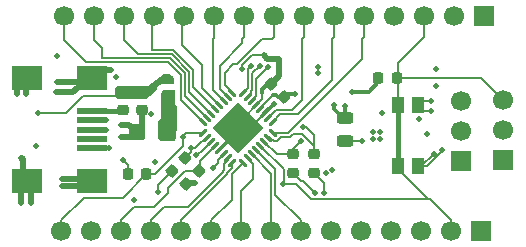
<source format=gbr>
%TF.GenerationSoftware,KiCad,Pcbnew,9.0.2*%
%TF.CreationDate,2025-07-20T14:30:59+05:30*%
%TF.ProjectId,Arduino nano,41726475-696e-46f2-906e-616e6f2e6b69,rev?*%
%TF.SameCoordinates,Original*%
%TF.FileFunction,Copper,L1,Top*%
%TF.FilePolarity,Positive*%
%FSLAX46Y46*%
G04 Gerber Fmt 4.6, Leading zero omitted, Abs format (unit mm)*
G04 Created by KiCad (PCBNEW 9.0.2) date 2025-07-20 14:30:59*
%MOMM*%
%LPD*%
G01*
G04 APERTURE LIST*
G04 Aperture macros list*
%AMRoundRect*
0 Rectangle with rounded corners*
0 $1 Rounding radius*
0 $2 $3 $4 $5 $6 $7 $8 $9 X,Y pos of 4 corners*
0 Add a 4 corners polygon primitive as box body*
4,1,4,$2,$3,$4,$5,$6,$7,$8,$9,$2,$3,0*
0 Add four circle primitives for the rounded corners*
1,1,$1+$1,$2,$3*
1,1,$1+$1,$4,$5*
1,1,$1+$1,$6,$7*
1,1,$1+$1,$8,$9*
0 Add four rect primitives between the rounded corners*
20,1,$1+$1,$2,$3,$4,$5,0*
20,1,$1+$1,$4,$5,$6,$7,0*
20,1,$1+$1,$6,$7,$8,$9,0*
20,1,$1+$1,$8,$9,$2,$3,0*%
%AMRotRect*
0 Rectangle, with rotation*
0 The origin of the aperture is its center*
0 $1 length*
0 $2 width*
0 $3 Rotation angle, in degrees counterclockwise*
0 Add horizontal line*
21,1,$1,$2,0,0,$3*%
G04 Aperture macros list end*
%TA.AperFunction,SMDPad,CuDef*%
%ADD10RoundRect,0.218750X-0.256250X0.218750X-0.256250X-0.218750X0.256250X-0.218750X0.256250X0.218750X0*%
%TD*%
%TA.AperFunction,SMDPad,CuDef*%
%ADD11R,1.100000X2.000000*%
%TD*%
%TA.AperFunction,SMDPad,CuDef*%
%ADD12R,0.800000X0.800000*%
%TD*%
%TA.AperFunction,SMDPad,CuDef*%
%ADD13R,2.500000X0.500000*%
%TD*%
%TA.AperFunction,SMDPad,CuDef*%
%ADD14R,2.500000X2.000000*%
%TD*%
%TA.AperFunction,SMDPad,CuDef*%
%ADD15RoundRect,0.225000X0.335876X0.017678X0.017678X0.335876X-0.335876X-0.017678X-0.017678X-0.335876X0*%
%TD*%
%TA.AperFunction,SMDPad,CuDef*%
%ADD16RoundRect,0.250000X0.457500X0.445000X-0.457500X0.445000X-0.457500X-0.445000X0.457500X-0.445000X0*%
%TD*%
%TA.AperFunction,SMDPad,CuDef*%
%ADD17RoundRect,0.218750X-0.218750X-0.256250X0.218750X-0.256250X0.218750X0.256250X-0.218750X0.256250X0*%
%TD*%
%TA.AperFunction,SMDPad,CuDef*%
%ADD18RoundRect,0.243750X-0.456250X0.243750X-0.456250X-0.243750X0.456250X-0.243750X0.456250X0.243750X0*%
%TD*%
%TA.AperFunction,SMDPad,CuDef*%
%ADD19RoundRect,0.225000X-0.017678X0.335876X-0.335876X0.017678X0.017678X-0.335876X0.335876X-0.017678X0*%
%TD*%
%TA.AperFunction,SMDPad,CuDef*%
%ADD20RoundRect,0.225000X-0.250000X0.225000X-0.250000X-0.225000X0.250000X-0.225000X0.250000X0.225000X0*%
%TD*%
%TA.AperFunction,ComponentPad*%
%ADD21R,1.700000X1.700000*%
%TD*%
%TA.AperFunction,ComponentPad*%
%ADD22C,1.700000*%
%TD*%
%TA.AperFunction,SMDPad,CuDef*%
%ADD23R,1.000000X1.450000*%
%TD*%
%TA.AperFunction,SMDPad,CuDef*%
%ADD24RoundRect,0.218750X0.218750X0.256250X-0.218750X0.256250X-0.218750X-0.256250X0.218750X-0.256250X0*%
%TD*%
%TA.AperFunction,SMDPad,CuDef*%
%ADD25RoundRect,0.062500X0.220971X0.309359X-0.309359X-0.220971X-0.220971X-0.309359X0.309359X0.220971X0*%
%TD*%
%TA.AperFunction,SMDPad,CuDef*%
%ADD26RoundRect,0.062500X-0.220971X0.309359X-0.309359X0.220971X0.220971X-0.309359X0.309359X-0.220971X0*%
%TD*%
%TA.AperFunction,HeatsinkPad*%
%ADD27RotRect,3.100000X3.100000X225.000000*%
%TD*%
%TA.AperFunction,ViaPad*%
%ADD28C,0.500000*%
%TD*%
%TA.AperFunction,Conductor*%
%ADD29C,0.150000*%
%TD*%
%TA.AperFunction,Conductor*%
%ADD30C,0.300000*%
%TD*%
%TA.AperFunction,Conductor*%
%ADD31C,0.200000*%
%TD*%
%TA.AperFunction,Conductor*%
%ADD32C,0.500000*%
%TD*%
%TA.AperFunction,Conductor*%
%ADD33C,0.400000*%
%TD*%
G04 APERTURE END LIST*
D10*
%TO.P,R2,1*%
%TO.N,/D0{slash}RX*%
X214400000Y-91112499D03*
%TO.P,R2,2*%
%TO.N,/RX*%
X214400000Y-92687501D03*
%TD*%
D11*
%TO.P,D3,1,K*%
%TO.N,+5V*%
X203900000Y-86680000D03*
D12*
%TO.P,D3,2,A*%
%TO.N,VBUS*%
X203900000Y-84780000D03*
%TD*%
D13*
%TO.P,J1,1,VBUS*%
%TO.N,Net-(J1-VBUS)*%
X197400000Y-87400000D03*
%TO.P,J1,2,D-*%
%TO.N,/D_N*%
X197400000Y-88200000D03*
%TO.P,J1,3,D+*%
%TO.N,/D_P*%
X197400000Y-89000000D03*
%TO.P,J1,4,ID*%
%TO.N,unconnected-(J1-ID-Pad4)*%
X197400000Y-89800000D03*
%TO.P,J1,5,GND*%
%TO.N,GND*%
X197400000Y-90600000D03*
D14*
%TO.P,J1,6,Shield*%
X197400000Y-84600000D03*
X191900000Y-84600000D03*
X197400000Y-93400000D03*
X191900000Y-93400000D03*
%TD*%
D15*
%TO.P,C2,1*%
%TO.N,+5V*%
X213648008Y-86248008D03*
%TO.P,C2,2*%
%TO.N,GND*%
X212551992Y-85151992D03*
%TD*%
D16*
%TO.P,C4,1*%
%TO.N,+5V*%
X203852500Y-89200000D03*
%TO.P,C4,2*%
%TO.N,GND*%
X201147500Y-89200000D03*
%TD*%
D17*
%TO.P,R1,1*%
%TO.N,+5V*%
X221612499Y-84600000D03*
%TO.P,R1,2*%
%TO.N,/RESET*%
X223187501Y-84600000D03*
%TD*%
D10*
%TO.P,R3,1*%
%TO.N,/D1{slash}TX*%
X216200000Y-91112499D03*
%TO.P,R3,2*%
%TO.N,/TX*%
X216200000Y-92687501D03*
%TD*%
D18*
%TO.P,D1,1,K*%
%TO.N,GND*%
X218800000Y-88062499D03*
%TO.P,D1,2,A*%
%TO.N,Net-(D1-A)*%
X218800000Y-89937501D03*
%TD*%
D19*
%TO.P,C3,1*%
%TO.N,/AREF*%
X206448008Y-92551992D03*
%TO.P,C3,2*%
%TO.N,GND*%
X205351992Y-93648008D03*
%TD*%
D20*
%TO.P,C10,1*%
%TO.N,VBUS*%
X201600000Y-85825000D03*
%TO.P,C10,2*%
%TO.N,GND*%
X201600000Y-87375000D03*
%TD*%
D19*
%TO.P,C1,1*%
%TO.N,+5V*%
X205248008Y-91451992D03*
%TO.P,C1,2*%
%TO.N,GND*%
X204151992Y-92548008D03*
%TD*%
D21*
%TO.P,J2,1,Pin_1*%
%TO.N,VCC*%
X230320000Y-97600000D03*
D22*
%TO.P,J2,2,Pin_2*%
%TO.N,/RESET*%
X227780000Y-97600000D03*
%TO.P,J2,3,Pin_3*%
%TO.N,GND*%
X225240001Y-97600000D03*
%TO.P,J2,4,Pin_4*%
%TO.N,+5V*%
X222700000Y-97600000D03*
%TO.P,J2,5,Pin_5*%
%TO.N,/A7*%
X220160000Y-97600000D03*
%TO.P,J2,6,Pin_6*%
%TO.N,/A6*%
X217620000Y-97600000D03*
%TO.P,J2,7,Pin_7*%
%TO.N,/A5*%
X215080000Y-97600000D03*
%TO.P,J2,8,Pin_8*%
%TO.N,/A4*%
X212539999Y-97600000D03*
%TO.P,J2,9,Pin_9*%
%TO.N,/A3*%
X210000000Y-97600000D03*
%TO.P,J2,10,Pin_10*%
%TO.N,/A2*%
X207460000Y-97600000D03*
%TO.P,J2,11,Pin_11*%
%TO.N,/A1*%
X204920000Y-97600000D03*
%TO.P,J2,12,Pin_12*%
%TO.N,/A0*%
X202380001Y-97600000D03*
%TO.P,J2,13,Pin_13*%
%TO.N,/AREF*%
X199840000Y-97600000D03*
%TO.P,J2,14,Pin_14*%
%TO.N,+3.3V*%
X197300000Y-97600000D03*
%TO.P,J2,15,Pin_15*%
%TO.N,/D13{slash}SCK*%
X194760000Y-97600000D03*
%TD*%
D21*
%TO.P,J4,1,Pin_1*%
%TO.N,/D0{slash}RX*%
X230560000Y-79400000D03*
D22*
%TO.P,J4,2,Pin_2*%
%TO.N,/D1{slash}TX*%
X228020000Y-79400000D03*
%TO.P,J4,3,Pin_3*%
%TO.N,/RESET*%
X225480001Y-79400000D03*
%TO.P,J4,4,Pin_4*%
%TO.N,GND*%
X222940000Y-79400000D03*
%TO.P,J4,5,Pin_5*%
%TO.N,/D2*%
X220400000Y-79400000D03*
%TO.P,J4,6,Pin_6*%
%TO.N,/D3*%
X217860000Y-79400000D03*
%TO.P,J4,7,Pin_7*%
%TO.N,/D4*%
X215320000Y-79400000D03*
%TO.P,J4,8,Pin_8*%
%TO.N,/D5*%
X212779999Y-79400000D03*
%TO.P,J4,9,Pin_9*%
%TO.N,/D6*%
X210240000Y-79400000D03*
%TO.P,J4,10,Pin_10*%
%TO.N,/D7*%
X207700000Y-79400000D03*
%TO.P,J4,11,Pin_11*%
%TO.N,/D8*%
X205160000Y-79400000D03*
%TO.P,J4,12,Pin_12*%
%TO.N,/D9*%
X202620001Y-79400000D03*
%TO.P,J4,13,Pin_13*%
%TO.N,/D10*%
X200080000Y-79400000D03*
%TO.P,J4,14,Pin_14*%
%TO.N,/D11{slash}MOSI*%
X197540000Y-79400000D03*
%TO.P,J4,15,Pin_15*%
%TO.N,/D12{slash}MISO*%
X195000000Y-79400000D03*
%TD*%
D21*
%TO.P,J5,1,Pin_1*%
%TO.N,/D12{slash}MISO*%
X232200000Y-91600000D03*
D22*
%TO.P,J5,2,Pin_2*%
%TO.N,/D13{slash}SCK*%
X232200000Y-89060000D03*
%TO.P,J5,3,Pin_3*%
%TO.N,/RESET*%
X232200000Y-86520000D03*
%TD*%
D10*
%TO.P,F1,1*%
%TO.N,VBUS*%
X200000000Y-85812499D03*
%TO.P,F1,2*%
%TO.N,Net-(J1-VBUS)*%
X200000000Y-87387501D03*
%TD*%
D23*
%TO.P,SW1,1,1*%
%TO.N,/RESET*%
X223250000Y-92075000D03*
X223250000Y-86925000D03*
%TO.P,SW1,2,2*%
%TO.N,GND*%
X224950000Y-92075000D03*
X224950000Y-86925000D03*
%TD*%
D24*
%TO.P,R4,1*%
%TO.N,/D13{slash}SCK*%
X201987501Y-92800000D03*
%TO.P,R4,2*%
%TO.N,Net-(D1-A)*%
X200412499Y-92800000D03*
%TD*%
D21*
%TO.P,J3,1,Pin_1*%
%TO.N,+5V*%
X228600000Y-91640000D03*
D22*
%TO.P,J3,2,Pin_2*%
%TO.N,/D11{slash}MOSI*%
X228600000Y-89100000D03*
%TO.P,J3,3,Pin_3*%
%TO.N,GND*%
X228600000Y-86560000D03*
%TD*%
D25*
%TO.P,U1,1,PD3*%
%TO.N,/D3*%
X212674874Y-88352854D03*
%TO.P,U1,2,PD4*%
%TO.N,/D4*%
X212321320Y-87999301D03*
%TO.P,U1,3,GND*%
%TO.N,GND*%
X211967767Y-87645747D03*
%TO.P,U1,4,VCC*%
%TO.N,+5V*%
X211614213Y-87292194D03*
%TO.P,U1,5,GND*%
%TO.N,GND*%
X211260660Y-86938641D03*
%TO.P,U1,6,VCC*%
%TO.N,+5V*%
X210907107Y-86585087D03*
%TO.P,U1,7,XTAL1/PB6*%
%TO.N,/XTAL1*%
X210553553Y-86231534D03*
%TO.P,U1,8,XTAL2/PB7*%
%TO.N,/XTAL2*%
X210200000Y-85877980D03*
D26*
%TO.P,U1,9,PD5*%
%TO.N,/D5*%
X209227728Y-85877980D03*
%TO.P,U1,10,PD6*%
%TO.N,/D6*%
X208874175Y-86231534D03*
%TO.P,U1,11,PD7*%
%TO.N,/D7*%
X208520621Y-86585087D03*
%TO.P,U1,12,PB0*%
%TO.N,/D8*%
X208167068Y-86938641D03*
%TO.P,U1,13,PB1*%
%TO.N,/D9*%
X207813515Y-87292194D03*
%TO.P,U1,14,PB2*%
%TO.N,/D10*%
X207459961Y-87645747D03*
%TO.P,U1,15,PB3*%
%TO.N,/D11{slash}MOSI*%
X207106408Y-87999301D03*
%TO.P,U1,16,PB4*%
%TO.N,/D12{slash}MISO*%
X206752854Y-88352854D03*
D25*
%TO.P,U1,17,PB5*%
%TO.N,/D13{slash}SCK*%
X206752854Y-89325126D03*
%TO.P,U1,18,AVCC*%
%TO.N,+5V*%
X207106408Y-89678679D03*
%TO.P,U1,19,ADC6*%
%TO.N,/A6*%
X207459961Y-90032233D03*
%TO.P,U1,20,AREF*%
%TO.N,/AREF*%
X207813515Y-90385786D03*
%TO.P,U1,21,GND*%
%TO.N,GND*%
X208167068Y-90739339D03*
%TO.P,U1,22,ADC7*%
%TO.N,/A7*%
X208520621Y-91092893D03*
%TO.P,U1,23,PC0*%
%TO.N,/A0*%
X208874175Y-91446446D03*
%TO.P,U1,24,PC1*%
%TO.N,/A1*%
X209227728Y-91800000D03*
D26*
%TO.P,U1,25,PC2*%
%TO.N,/A2*%
X210200000Y-91800000D03*
%TO.P,U1,26,PC3*%
%TO.N,/A3*%
X210553553Y-91446446D03*
%TO.P,U1,27,PC4*%
%TO.N,/A4*%
X210907107Y-91092893D03*
%TO.P,U1,28,PC5*%
%TO.N,/A5*%
X211260660Y-90739339D03*
%TO.P,U1,29,~{RESET}/PC6*%
%TO.N,/RESET*%
X211614213Y-90385786D03*
%TO.P,U1,30,PD0*%
%TO.N,/D0{slash}RX*%
X211967767Y-90032233D03*
%TO.P,U1,31,PD1*%
%TO.N,/D1{slash}TX*%
X212321320Y-89678679D03*
%TO.P,U1,32,PD2*%
%TO.N,/D2*%
X212674874Y-89325126D03*
D27*
%TO.P,U1,33,GND*%
%TO.N,GND*%
X209713864Y-88838990D03*
%TD*%
D28*
%TO.N,+5V*%
X221200000Y-89800000D03*
X214600000Y-86000000D03*
X204200000Y-88000000D03*
X221800000Y-89200000D03*
X221200000Y-89200000D03*
X219400000Y-85800000D03*
X199424999Y-84525000D03*
X203600000Y-88000000D03*
X212300000Y-83700000D03*
X205744033Y-90536356D03*
X202739998Y-91754999D03*
X221800000Y-89800000D03*
%TO.N,GND*%
X218800000Y-87000000D03*
X217700000Y-92400000D03*
X217900000Y-86900000D03*
X191000000Y-86000000D03*
X217200000Y-92700000D03*
X191400000Y-91400000D03*
X203000000Y-94300000D03*
X206089079Y-93489079D03*
X191400000Y-95200000D03*
X198994084Y-83973352D03*
X216500000Y-83700000D03*
X198800000Y-90600000D03*
X194800000Y-93200000D03*
X210074000Y-83900000D03*
X226300000Y-91040000D03*
X192200000Y-95200000D03*
X226100000Y-86600000D03*
X209000000Y-87900000D03*
X226500000Y-85300000D03*
X191800000Y-86000000D03*
X225100000Y-88099000D03*
X199800000Y-88600000D03*
X209100000Y-89800000D03*
X194292619Y-85826643D03*
X216500000Y-84200000D03*
X226100000Y-87400000D03*
X221900000Y-87600000D03*
X201600000Y-88200000D03*
X226500000Y-83900000D03*
X227000000Y-90700000D03*
X202400000Y-87700000D03*
X210300000Y-89800000D03*
X192600000Y-90400000D03*
X212800000Y-86800000D03*
X199800000Y-89600000D03*
X225700000Y-89400000D03*
X194800000Y-93800000D03*
X200900000Y-95000000D03*
X194400000Y-85000000D03*
%TO.N,+3.3V*%
X194400000Y-82800000D03*
%TO.N,/RESET*%
X213580996Y-93619848D03*
%TO.N,VBUS*%
X192800000Y-87600000D03*
%TO.N,Net-(D1-A)*%
X200000000Y-91574998D03*
X220200000Y-90000000D03*
%TO.N,/D_P*%
X198600000Y-89000000D03*
%TO.N,/D_N*%
X198600000Y-88200000D03*
%TO.N,/A7*%
X207600000Y-92275000D03*
%TO.N,/A6*%
X206191744Y-91158219D03*
%TO.N,/D13{slash}SCK*%
X205100000Y-89600000D03*
%TO.N,/D0{slash}RX*%
X215047539Y-89990000D03*
%TO.N,/D1{slash}TX*%
X215245001Y-88797463D03*
%TO.N,/RX*%
X216300213Y-94357749D03*
%TO.N,/TX*%
X217000000Y-94375000D03*
%TO.N,/XTAL2*%
X210871303Y-83586233D03*
%TO.N,/XTAL1*%
X211600000Y-83600000D03*
%TD*%
D29*
%TO.N,+5V*%
X210907107Y-86585087D02*
X211302000Y-86190194D01*
D30*
X214600000Y-86000000D02*
X213896016Y-86000000D01*
D29*
X205248008Y-91380054D02*
X205248008Y-91451992D01*
D30*
X221612499Y-84987501D02*
X220800000Y-85800000D01*
X212949943Y-86100000D02*
X213097951Y-86248008D01*
X220800000Y-85800000D02*
X219400000Y-85800000D01*
X212720768Y-86100000D02*
X212949943Y-86100000D01*
X213097951Y-86248008D02*
X213648008Y-86248008D01*
D29*
X205744033Y-90536356D02*
X206091706Y-90536356D01*
X205744033Y-90536356D02*
X205744033Y-90884029D01*
D30*
X221612499Y-84600000D02*
X221612499Y-84987501D01*
D29*
X206810877Y-89974210D02*
X207106408Y-89678679D01*
X211302000Y-84698000D02*
X212300000Y-83700000D01*
D30*
X213896016Y-86000000D02*
X213648008Y-86248008D01*
D29*
X205744033Y-90884029D02*
X205248008Y-91380054D01*
X206091706Y-90536356D02*
X206653852Y-89974210D01*
X211302000Y-86190194D02*
X211302000Y-84698000D01*
X206653852Y-89974210D02*
X206810877Y-89974210D01*
D31*
X212720768Y-86100000D02*
X211614213Y-87206555D01*
D29*
X211614213Y-87292194D02*
X211614213Y-87285787D01*
D31*
X211614213Y-87206555D02*
X211614213Y-87292194D01*
D30*
%TO.N,GND*%
X218800000Y-87000000D02*
X218800000Y-88062499D01*
D32*
X213200000Y-84503984D02*
X212551992Y-85151992D01*
X192200000Y-95200000D02*
X192200000Y-94100000D01*
D31*
X226100000Y-86600000D02*
X225275000Y-86600000D01*
D30*
X211967767Y-87645747D02*
X211967767Y-87632233D01*
D31*
X209683511Y-89800000D02*
X210300000Y-89800000D01*
D30*
X209100000Y-89806407D02*
X208167068Y-90739339D01*
D31*
X225265000Y-92075000D02*
X224950000Y-92075000D01*
X225425000Y-87400000D02*
X224950000Y-86925000D01*
D32*
X196600000Y-93800000D02*
X194800000Y-93800000D01*
D30*
X211967767Y-87632233D02*
X212299000Y-87301000D01*
X211800000Y-85900000D02*
X211800000Y-85600000D01*
D31*
X211967767Y-87645747D02*
X211954253Y-87645747D01*
D32*
X212200000Y-83000000D02*
X213200000Y-83000000D01*
D30*
X209100000Y-89800000D02*
X209100000Y-89806407D01*
X218662499Y-88062499D02*
X218800000Y-88062499D01*
D32*
X198994084Y-83973352D02*
X197626648Y-83973352D01*
X196800000Y-93200000D02*
X197000000Y-93400000D01*
D31*
X209527054Y-88387990D02*
X209262864Y-88652180D01*
X227000000Y-90700000D02*
X227000000Y-90840000D01*
D32*
X206089079Y-93489079D02*
X205510921Y-93489079D01*
D30*
X217900000Y-87300000D02*
X218662499Y-88062499D01*
D32*
X201600000Y-88200000D02*
X201600000Y-87375000D01*
X200747500Y-89600000D02*
X201147500Y-89200000D01*
D31*
X226100000Y-87400000D02*
X225425000Y-87400000D01*
X210074000Y-83557744D02*
X210074000Y-83900000D01*
D32*
X197000000Y-93400000D02*
X196600000Y-93800000D01*
D31*
X225765000Y-92075000D02*
X224950000Y-92075000D01*
D30*
X212800000Y-86800000D02*
X212800000Y-86813514D01*
D32*
X191000000Y-86000000D02*
X191000000Y-85100000D01*
X194400000Y-85000000D02*
X196600000Y-85000000D01*
D31*
X226300000Y-91040000D02*
X225265000Y-92075000D01*
D32*
X191400000Y-95200000D02*
X191400000Y-93500000D01*
X197626648Y-83973352D02*
X197000000Y-84600000D01*
X194800000Y-93200000D02*
X196800000Y-93200000D01*
X191800000Y-86000000D02*
X191800000Y-84900000D01*
D30*
X217900000Y-86900000D02*
X217900000Y-87300000D01*
D31*
X210931744Y-82700000D02*
X210074000Y-83557744D01*
X211225524Y-88387990D02*
X209527054Y-88387990D01*
D32*
X191000000Y-85100000D02*
X191500000Y-84600000D01*
X195773357Y-85826643D02*
X197000000Y-84600000D01*
X199800000Y-88600000D02*
X200547500Y-88600000D01*
D30*
X212248008Y-85151992D02*
X212551992Y-85151992D01*
D32*
X205510921Y-93489079D02*
X205351992Y-93648008D01*
X194292619Y-85826643D02*
X195773357Y-85826643D01*
D31*
X211260660Y-86939340D02*
X210300000Y-87900000D01*
X209262864Y-88652180D02*
X209262864Y-89379353D01*
D29*
X198800000Y-90600000D02*
X197000000Y-90600000D01*
D30*
X211800000Y-85600000D02*
X212248008Y-85151992D01*
D32*
X213200000Y-83000000D02*
X213200000Y-84503984D01*
D29*
X203000000Y-94300000D02*
X203000000Y-93700000D01*
D32*
X191800000Y-84900000D02*
X191500000Y-84600000D01*
X199800000Y-89600000D02*
X200747500Y-89600000D01*
X201600000Y-88200000D02*
X201600000Y-88747500D01*
D31*
X209262864Y-89379353D02*
X209683511Y-89800000D01*
D32*
X191500000Y-93400000D02*
X191500000Y-91500000D01*
D29*
X203000000Y-93700000D02*
X204151992Y-92548008D01*
D32*
X191500000Y-91500000D02*
X191400000Y-91400000D01*
X192200000Y-94100000D02*
X191500000Y-93400000D01*
D31*
X211260660Y-86938641D02*
X211260660Y-86939340D01*
D30*
X212800000Y-86813514D02*
X211967767Y-87645747D01*
D31*
X209811311Y-88387990D02*
X209713864Y-88387990D01*
D32*
X191400000Y-93500000D02*
X191500000Y-93400000D01*
D31*
X211800000Y-86200000D02*
X211800000Y-85900000D01*
D32*
X211900000Y-82700000D02*
X212200000Y-83000000D01*
D31*
X211900000Y-82700000D02*
X210931744Y-82700000D01*
D32*
X200547500Y-88600000D02*
X201147500Y-89200000D01*
D29*
X211260660Y-86938641D02*
X211800000Y-86399301D01*
D31*
X227000000Y-90840000D02*
X225765000Y-92075000D01*
X210300000Y-87900000D02*
X209000000Y-87900000D01*
D32*
X201600000Y-88747500D02*
X201147500Y-89200000D01*
D31*
X225275000Y-86600000D02*
X224950000Y-86925000D01*
X211967767Y-87645747D02*
X211225524Y-88387990D01*
D32*
X196600000Y-85000000D02*
X197000000Y-84600000D01*
D29*
X211800000Y-86399301D02*
X211800000Y-86200000D01*
%TO.N,/RESET*%
X225480001Y-81160000D02*
X225480001Y-79400000D01*
D33*
X223250000Y-92075000D02*
X223250000Y-86925000D01*
D29*
X225800000Y-94900000D02*
X225980000Y-94900000D01*
D33*
X223250000Y-91775000D02*
X223300000Y-91725000D01*
D29*
X223250000Y-92075000D02*
X223250000Y-92350000D01*
X213600000Y-93600844D02*
X213600000Y-92371573D01*
X223250000Y-92350000D02*
X225800000Y-94900000D01*
X213602338Y-93641190D02*
X214641190Y-93641190D01*
X213600000Y-92371573D02*
X211614213Y-90385786D01*
X215900000Y-94900000D02*
X225800000Y-94900000D01*
X225980000Y-94900000D02*
X227780000Y-96700000D01*
X213580996Y-93619848D02*
X213602338Y-93641190D01*
X230279999Y-84600000D02*
X232200000Y-86520001D01*
X213580996Y-93619848D02*
X213600000Y-93600844D01*
X223187501Y-84600000D02*
X230279999Y-84600000D01*
X227780000Y-97600000D02*
X227780000Y-96700000D01*
X223250000Y-83390001D02*
X225480001Y-81160000D01*
X214641190Y-93641190D02*
X215900000Y-94900000D01*
X223250000Y-86925000D02*
X223250000Y-83390001D01*
%TO.N,VBUS*%
X199412499Y-86200000D02*
X199800000Y-85812499D01*
X196600000Y-86200000D02*
X199412499Y-86200000D01*
X192800000Y-87600000D02*
X195200000Y-87600000D01*
X195200000Y-87600000D02*
X196600000Y-86200000D01*
%TO.N,Net-(D1-A)*%
X220200000Y-90000000D02*
X218862499Y-90000000D01*
X218862499Y-90000000D02*
X218800000Y-89937501D01*
X200412499Y-92800000D02*
X200412499Y-91987497D01*
X200412499Y-91987497D02*
X200000000Y-91574998D01*
D33*
%TO.N,Net-(J1-VBUS)*%
X197000000Y-87400000D02*
X199787501Y-87400000D01*
X199787501Y-87400000D02*
X199800000Y-87387501D01*
D29*
%TO.N,/D_P*%
X198600000Y-89000000D02*
X197000000Y-89000000D01*
%TO.N,/D_N*%
X198600000Y-88200000D02*
X197000000Y-88200000D01*
%TO.N,/A7*%
X208033577Y-91841423D02*
X208033577Y-91579937D01*
X207600000Y-92275000D02*
X208033577Y-91841423D01*
X208507107Y-91092893D02*
X208520621Y-91092893D01*
X208033577Y-91579937D02*
X208520621Y-91092893D01*
%TO.N,/A3*%
X211000000Y-93200000D02*
X211000000Y-91892893D01*
X211000000Y-91892893D02*
X210553553Y-91446446D01*
X210000000Y-94200000D02*
X211000000Y-93200000D01*
X210000000Y-97600000D02*
X210000000Y-94200000D01*
%TO.N,/A5*%
X215080000Y-97600000D02*
X215080000Y-96700000D01*
X212890999Y-92369678D02*
X211260660Y-90739339D01*
X212890999Y-94510999D02*
X212890999Y-92369678D01*
X215080000Y-96700000D02*
X212890999Y-94510999D01*
%TO.N,/A6*%
X207459961Y-90032233D02*
X207459961Y-90040039D01*
X206191744Y-91158219D02*
X206298619Y-91158219D01*
X206592194Y-90900000D02*
X207459961Y-90032233D01*
X206298619Y-91158219D02*
X206556838Y-90900000D01*
X206556838Y-90900000D02*
X206592194Y-90900000D01*
%TO.N,/A1*%
X209227728Y-92275884D02*
X209227728Y-91800000D01*
X204920000Y-96680000D02*
X204920000Y-97600000D01*
X208849000Y-92654612D02*
X209227728Y-92275884D01*
X208849000Y-92751000D02*
X208849000Y-92654612D01*
X204920000Y-96680000D02*
X208849000Y-92751000D01*
%TO.N,/A0*%
X208578644Y-92428580D02*
X208578644Y-91881984D01*
X208874175Y-91586453D02*
X208874175Y-91446446D01*
X202380001Y-96700000D02*
X202380001Y-97600000D01*
X203506001Y-95574000D02*
X205529612Y-95574000D01*
X208498000Y-92605612D02*
X208498000Y-92509223D01*
X208578644Y-91881984D02*
X208874175Y-91586453D01*
X208498000Y-92509223D02*
X208578644Y-92428580D01*
X205529612Y-95574000D02*
X208498000Y-92605612D01*
X202380001Y-96700000D02*
X203506001Y-95574000D01*
%TO.N,/A4*%
X212539999Y-92725785D02*
X212539999Y-96700000D01*
X210907107Y-91092893D02*
X212539999Y-92725785D01*
%TO.N,/A2*%
X207460000Y-96700000D02*
X209200000Y-94960000D01*
X209200000Y-92800000D02*
X210200000Y-91800000D01*
X207460000Y-97600000D02*
X207460000Y-96700000D01*
X209200000Y-94960000D02*
X209200000Y-92800000D01*
%TO.N,/D13{slash}SCK*%
X205374874Y-89325126D02*
X206752854Y-89325126D01*
X194760000Y-96700000D02*
X196660000Y-94800000D01*
X205100000Y-89600000D02*
X205374874Y-89325126D01*
X202737926Y-92800000D02*
X205100000Y-90437926D01*
X196660000Y-94800000D02*
X199987501Y-94800000D01*
X199987501Y-94800000D02*
X201987501Y-92800000D01*
X201987501Y-92800000D02*
X202737926Y-92800000D01*
X194760000Y-96700000D02*
X194760000Y-97600000D01*
X205100000Y-90437926D02*
X205100000Y-89600000D01*
%TO.N,/AREF*%
X199840000Y-96700000D02*
X199840000Y-97600000D01*
X199840000Y-96700000D02*
X200966000Y-95574000D01*
X206500000Y-92500000D02*
X206448008Y-92551992D01*
X206500000Y-91699301D02*
X206500000Y-92500000D01*
X205248008Y-92551992D02*
X206448008Y-92551992D01*
X207813515Y-90385786D02*
X206500000Y-91699301D01*
X203806339Y-94393661D02*
X203806339Y-93987225D01*
X200966000Y-95574000D02*
X202626000Y-95574000D01*
X203806339Y-93987225D02*
X204993276Y-92800288D01*
X204999712Y-92800288D02*
X205248008Y-92551992D01*
X204993276Y-92800288D02*
X204999712Y-92800288D01*
X202626000Y-95574000D02*
X203806339Y-94393661D01*
%TO.N,/D11{slash}MOSI*%
X198200000Y-82973000D02*
X198200000Y-82100000D01*
X207106408Y-87999301D02*
X207102855Y-87999301D01*
X197540000Y-81440000D02*
X197540000Y-79400000D01*
X203969389Y-82973000D02*
X198200000Y-82973000D01*
X205251000Y-86147446D02*
X205251000Y-84254611D01*
X207102855Y-87999301D02*
X205251000Y-86147446D01*
X198200000Y-82100000D02*
X197540000Y-81440000D01*
X205251000Y-84254611D02*
X203969389Y-82973000D01*
%TO.N,/D8*%
X205020000Y-79540000D02*
X205160000Y-79400000D01*
X206700000Y-83500000D02*
X205020000Y-81820000D01*
X208167068Y-86938641D02*
X206700000Y-85471573D01*
X205020000Y-81820000D02*
X205020000Y-79540000D01*
X206700000Y-85471573D02*
X206700000Y-83500000D01*
%TO.N,/D4*%
X215180000Y-81300000D02*
X215320000Y-81160000D01*
X212321320Y-87999301D02*
X212971621Y-87349000D01*
X214351000Y-87349000D02*
X215180000Y-86520000D01*
X215180000Y-86520000D02*
X215180000Y-81300000D01*
X212971621Y-87349000D02*
X214351000Y-87349000D01*
X215320000Y-81160000D02*
X215320000Y-79400000D01*
%TO.N,/D3*%
X217720000Y-84780000D02*
X217720000Y-81300000D01*
X214800000Y-87700000D02*
X217720000Y-84780000D01*
X213300000Y-87700000D02*
X214800000Y-87700000D01*
X212674874Y-88352854D02*
X212674874Y-88325126D01*
X217860000Y-81160000D02*
X217860000Y-79400000D01*
X212674874Y-88325126D02*
X213300000Y-87700000D01*
X217720000Y-81300000D02*
X217860000Y-81160000D01*
%TO.N,/D10*%
X205602000Y-84109222D02*
X205602000Y-85787786D01*
X201262000Y-82622000D02*
X204114777Y-82622000D01*
X200080000Y-81440000D02*
X201262000Y-82622000D01*
X205602000Y-85787786D02*
X207459961Y-87645747D01*
X200080000Y-79400000D02*
X200080000Y-81440000D01*
X204114777Y-82622000D02*
X205602000Y-84109222D01*
%TO.N,/D0{slash}RX*%
X213048033Y-91112499D02*
X211967767Y-90032233D01*
X214400000Y-90637539D02*
X214400000Y-91112499D01*
X215047539Y-89990000D02*
X214400000Y-90637539D01*
X214400000Y-91112499D02*
X213048033Y-91112499D01*
%TO.N,/D5*%
X212639999Y-81300000D02*
X212779999Y-81160000D01*
X209326000Y-83474000D02*
X209626000Y-83474000D01*
X209626000Y-83474000D02*
X211800000Y-81300000D01*
X212779999Y-81160000D02*
X212779999Y-79400000D01*
X211800000Y-81300000D02*
X212639999Y-81300000D01*
X209227728Y-85877980D02*
X209227728Y-85827728D01*
X208600000Y-85200000D02*
X208600000Y-84200000D01*
X209227728Y-85827728D02*
X208600000Y-85200000D01*
X208600000Y-84200000D02*
X209326000Y-83474000D01*
%TO.N,/D7*%
X207600000Y-85664466D02*
X207600000Y-81340000D01*
X208520621Y-86585087D02*
X207600000Y-85664466D01*
X207700000Y-81240000D02*
X207700000Y-79400000D01*
X207600000Y-81340000D02*
X207700000Y-81240000D01*
%TO.N,/D1{slash}TX*%
X214396388Y-89400000D02*
X214120263Y-89676126D01*
X213323958Y-89685084D02*
X213034832Y-89974210D01*
X216200000Y-90400000D02*
X215200000Y-89400000D01*
X214120263Y-89676126D02*
X213323958Y-89676126D01*
X213323958Y-89676126D02*
X213323958Y-89685084D01*
X213034832Y-89974210D02*
X212756858Y-89974210D01*
X212756858Y-89974210D02*
X212391323Y-89608676D01*
X215517464Y-88797463D02*
X216200000Y-89479999D01*
X215200000Y-89400000D02*
X214396388Y-89400000D01*
X216200000Y-89479999D02*
X216200000Y-90400000D01*
X212391323Y-89608676D02*
X212321320Y-89678679D01*
X216200000Y-90400000D02*
X216200000Y-91112499D01*
X215245001Y-88797463D02*
X215517464Y-88797463D01*
%TO.N,/D2*%
X213974874Y-89325126D02*
X220260000Y-83040000D01*
X220400000Y-81160000D02*
X220400000Y-79400000D01*
X220260000Y-81300000D02*
X220400000Y-81160000D01*
X212674874Y-89325126D02*
X213974874Y-89325126D01*
X220260000Y-83040000D02*
X220260000Y-81300000D01*
%TO.N,/D9*%
X204260166Y-82271000D02*
X205953000Y-83963833D01*
X202480001Y-79540000D02*
X202480001Y-82271000D01*
X202480001Y-82271000D02*
X204260166Y-82271000D01*
X205953000Y-83963833D02*
X205953000Y-85431679D01*
X205953000Y-85431679D02*
X207813515Y-87292194D01*
X202620001Y-79400000D02*
X202480001Y-79540000D01*
%TO.N,/D12{slash}MISO*%
X195000000Y-79400000D02*
X195000000Y-81440000D01*
X196884000Y-83324000D02*
X203824000Y-83324000D01*
X203824000Y-83324000D02*
X204900000Y-84400000D01*
X195000000Y-81440000D02*
X196884000Y-83324000D01*
X204900000Y-86500000D02*
X206752854Y-88352854D01*
X204900000Y-84400000D02*
X204900000Y-86500000D01*
%TO.N,/D6*%
X208874175Y-86231534D02*
X208200000Y-85557359D01*
X210100000Y-81700000D02*
X210100000Y-81300000D01*
X208200000Y-85557359D02*
X208200000Y-83600000D01*
X208200000Y-83600000D02*
X210100000Y-81700000D01*
X210240000Y-81160000D02*
X210100000Y-81300000D01*
X210240000Y-79400000D02*
X210240000Y-81160000D01*
%TO.N,/RX*%
X215282463Y-93340000D02*
X215052499Y-93340000D01*
X215052499Y-93340000D02*
X214400000Y-92687501D01*
X216300213Y-94357749D02*
X215282463Y-93340000D01*
%TO.N,/TX*%
X217000000Y-94375000D02*
X217000000Y-93487501D01*
X217000000Y-93487501D02*
X216200000Y-92687501D01*
%TO.N,/XTAL2*%
X210871303Y-83586233D02*
X210599000Y-83858536D01*
X210600000Y-85500000D02*
X210222020Y-85877980D01*
X210599000Y-83999000D02*
X210600000Y-84000000D01*
X210600000Y-84000000D02*
X210600000Y-85500000D01*
X210599000Y-83858536D02*
X210599000Y-83999000D01*
X210222020Y-85877980D02*
X210200000Y-85877980D01*
%TO.N,/XTAL1*%
X210849084Y-85747304D02*
X210849084Y-85936003D01*
X211600000Y-83600000D02*
X210951000Y-84249000D01*
X210951000Y-85645389D02*
X210849084Y-85747304D01*
X210849084Y-85936003D02*
X210553553Y-86231534D01*
X210951000Y-84249000D02*
X210951000Y-85645389D01*
%TD*%
%TA.AperFunction,Conductor*%
%TO.N,VBUS*%
G36*
X204001797Y-84319685D02*
G01*
X204022439Y-84336319D01*
X204288181Y-84602061D01*
X204321666Y-84663384D01*
X204324500Y-84689742D01*
X204324500Y-85055500D01*
X204304815Y-85122539D01*
X204252011Y-85168294D01*
X204200500Y-85179500D01*
X203302129Y-85179500D01*
X203302123Y-85179501D01*
X203242516Y-85185908D01*
X203107671Y-85236202D01*
X203107664Y-85236206D01*
X202992455Y-85322452D01*
X202992452Y-85322455D01*
X202906206Y-85437664D01*
X202906202Y-85437671D01*
X202855908Y-85572517D01*
X202849145Y-85635428D01*
X202847780Y-85635281D01*
X202826348Y-85695987D01*
X202805885Y-85718096D01*
X202297064Y-86148638D01*
X202042923Y-86363681D01*
X202034675Y-86370660D01*
X201970783Y-86398937D01*
X201954578Y-86400000D01*
X199551362Y-86400000D01*
X199521921Y-86391355D01*
X199491935Y-86384832D01*
X199486919Y-86381077D01*
X199484323Y-86380315D01*
X199463681Y-86363681D01*
X199336319Y-86236319D01*
X199302834Y-86174996D01*
X199300000Y-86148638D01*
X199300000Y-85551362D01*
X199319685Y-85484323D01*
X199336319Y-85463681D01*
X199463681Y-85336319D01*
X199525004Y-85302834D01*
X199551362Y-85300000D01*
X202099998Y-85300000D01*
X202100000Y-85300000D01*
X203467664Y-84323096D01*
X203533658Y-84300149D01*
X203539738Y-84300000D01*
X203934758Y-84300000D01*
X204001797Y-84319685D01*
G37*
%TD.AperFunction*%
%TD*%
%TA.AperFunction,Conductor*%
%TO.N,+5V*%
G36*
X204267539Y-85704685D02*
G01*
X204313294Y-85757489D01*
X204324500Y-85809000D01*
X204324500Y-86575765D01*
X204363719Y-86722136D01*
X204393618Y-86773922D01*
X204439485Y-86853365D01*
X204563682Y-86977562D01*
X204597166Y-87038883D01*
X204600000Y-87065242D01*
X204600000Y-88987270D01*
X204580315Y-89054309D01*
X204563681Y-89074951D01*
X204517051Y-89121580D01*
X204517048Y-89121584D01*
X204434919Y-89244498D01*
X204434912Y-89244511D01*
X204378343Y-89381082D01*
X204378340Y-89381092D01*
X204349500Y-89526079D01*
X204349500Y-89526082D01*
X204349500Y-89673918D01*
X204349500Y-89673920D01*
X204349499Y-89673920D01*
X204378340Y-89818907D01*
X204378343Y-89818917D01*
X204382332Y-89828546D01*
X204389802Y-89898015D01*
X204358528Y-89960494D01*
X204298440Y-89996148D01*
X204267772Y-90000000D01*
X203251362Y-90000000D01*
X203221921Y-89991355D01*
X203191935Y-89984832D01*
X203186919Y-89981077D01*
X203184323Y-89980315D01*
X203163681Y-89963681D01*
X203036319Y-89836319D01*
X203002834Y-89774996D01*
X203000000Y-89748638D01*
X203000000Y-88251362D01*
X203019685Y-88184323D01*
X203036319Y-88163681D01*
X203200000Y-88000000D01*
X203200000Y-86080368D01*
X203214315Y-86022530D01*
X203220136Y-86011490D01*
X203236294Y-85991748D01*
X203303014Y-85864272D01*
X203313643Y-85834161D01*
X203315192Y-85831226D01*
X203316165Y-85828877D01*
X203316165Y-85828873D01*
X203316168Y-85828870D01*
X203316507Y-85827541D01*
X203319720Y-85816950D01*
X203324446Y-85803566D01*
X203324444Y-85803565D01*
X203337104Y-85767714D01*
X203377986Y-85711054D01*
X203443011Y-85685490D01*
X203454029Y-85685000D01*
X204200500Y-85685000D01*
X204267539Y-85704685D01*
G37*
%TD.AperFunction*%
%TD*%
M02*

</source>
